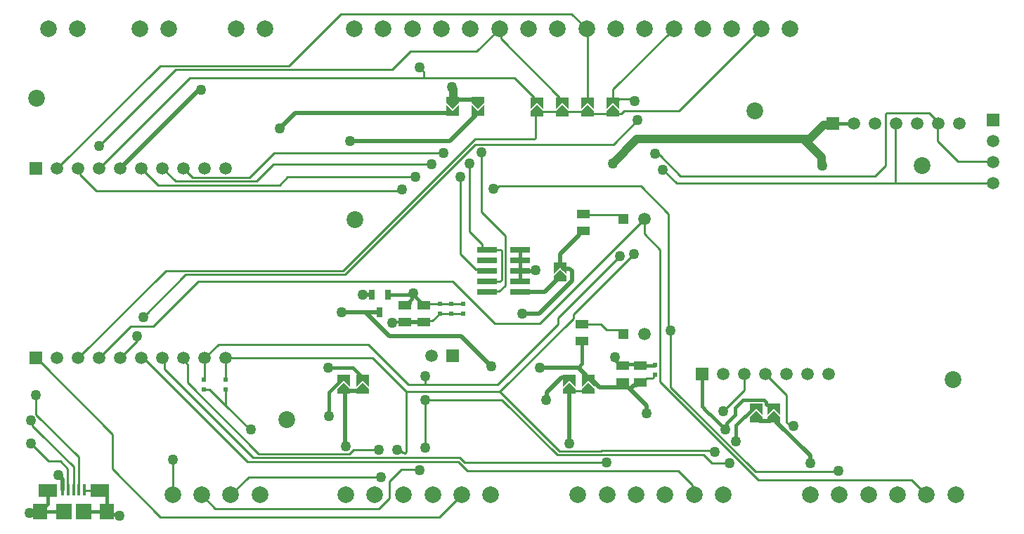
<source format=gtl>
G04*
G04 #@! TF.GenerationSoftware,Altium Limited,Altium Designer,21.0.9 (235)*
G04*
G04 Layer_Physical_Order=1*
G04 Layer_Color=255*
%FSLAX25Y25*%
%MOIN*%
G70*
G04*
G04 #@! TF.SameCoordinates,A275BC4C-76E1-47BA-AFC5-B931A1449514*
G04*
G04*
G04 #@! TF.FilePolarity,Positive*
G04*
G01*
G75*
%ADD12C,0.01000*%
%ADD13C,0.02000*%
%ADD17O,0.04000X0.02000*%
%ADD32R,0.01575X0.05315*%
%ADD33R,0.08661X0.06299*%
%ADD34R,0.07087X0.07480*%
%ADD35R,0.07480X0.07480*%
%ADD36R,0.02165X0.02165*%
%ADD37R,0.06000X0.04000*%
%ADD38R,0.09449X0.02992*%
%ADD39R,0.02559X0.04921*%
%ADD40C,0.01600*%
%ADD41C,0.04000*%
%ADD42C,0.01400*%
%ADD43C,0.07953*%
%ADD44R,0.05906X0.05906*%
%ADD45C,0.05906*%
%ADD46R,0.04724X0.04724*%
%ADD47R,0.05906X0.05906*%
%ADD48C,0.07874*%
%ADD49C,0.05000*%
G36*
X321000Y302000D02*
X318000Y299000D01*
X315000Y302000D01*
Y304500D01*
X321000D01*
Y302000D01*
D02*
G37*
G36*
X309000D02*
X306000Y299000D01*
X303000Y302000D01*
Y304500D01*
X309000D01*
Y302000D01*
D02*
G37*
G36*
X385000Y298750D02*
X382000Y301750D01*
X379000Y298750D01*
Y304250D01*
X385000D01*
Y298750D01*
D02*
G37*
G36*
X373000D02*
X370000Y301750D01*
X367000Y298750D01*
Y304250D01*
X373000D01*
Y298750D01*
D02*
G37*
G36*
X361000D02*
X358000Y301750D01*
X355000Y298750D01*
Y304250D01*
X361000D01*
Y298750D01*
D02*
G37*
G36*
X349000D02*
X346000Y301750D01*
X343000Y298750D01*
Y304250D01*
X349000D01*
Y298750D01*
D02*
G37*
G36*
X321000Y295500D02*
X315000D01*
Y301000D01*
X318000Y298000D01*
X321000Y301000D01*
Y295500D01*
D02*
G37*
G36*
X309000D02*
X303000D01*
Y301000D01*
X306000Y298000D01*
X309000Y301000D01*
Y295500D01*
D02*
G37*
G36*
X385000Y297750D02*
Y295250D01*
X379000D01*
Y297750D01*
X382000Y300750D01*
X385000Y297750D01*
D02*
G37*
G36*
X373000D02*
Y295250D01*
X367000D01*
Y297750D01*
X370000Y300750D01*
X373000Y297750D01*
D02*
G37*
G36*
X361000D02*
Y295250D01*
X355000D01*
Y297750D01*
X358000Y300750D01*
X361000Y297750D01*
D02*
G37*
G36*
X349000D02*
Y295250D01*
X343000D01*
Y297750D01*
X346000Y300750D01*
X349000Y297750D01*
D02*
G37*
G36*
X360000Y220500D02*
X357000Y223500D01*
X354000Y220500D01*
Y226000D01*
X360000D01*
Y220500D01*
D02*
G37*
G36*
Y219500D02*
Y217000D01*
X354000D01*
Y219500D01*
X357000Y222500D01*
X360000Y219500D01*
D02*
G37*
G36*
X373500Y167000D02*
X370500Y170000D01*
X367500Y167000D01*
Y172500D01*
X373500D01*
Y167000D01*
D02*
G37*
G36*
X364500D02*
X361500Y170000D01*
X358500Y167000D01*
Y172500D01*
X364500D01*
Y167000D01*
D02*
G37*
G36*
X266500D02*
X263500Y170000D01*
X260500Y167000D01*
Y172500D01*
X266500D01*
Y167000D01*
D02*
G37*
G36*
X257500D02*
X254500Y170000D01*
X251500Y167000D01*
Y172500D01*
X257500D01*
Y167000D01*
D02*
G37*
G36*
X373500Y166000D02*
Y163500D01*
X367500D01*
Y166000D01*
X370500Y169000D01*
X373500Y166000D01*
D02*
G37*
G36*
X364500D02*
Y163500D01*
X358500D01*
Y166000D01*
X361500Y169000D01*
X364500Y166000D01*
D02*
G37*
G36*
X266500D02*
Y163500D01*
X260500D01*
Y166000D01*
X263500Y169000D01*
X266500Y166000D01*
D02*
G37*
G36*
X257500D02*
Y163500D01*
X251500D01*
Y166000D01*
X254500Y169000D01*
X257500Y166000D01*
D02*
G37*
G36*
X461500Y153500D02*
X458500Y156500D01*
X455500Y153500D01*
Y159000D01*
X461500D01*
Y153500D01*
D02*
G37*
G36*
X453000D02*
X450000Y156500D01*
X447000Y153500D01*
Y159000D01*
X453000D01*
Y153500D01*
D02*
G37*
G36*
X461500Y152500D02*
Y150000D01*
X455500D01*
Y152500D01*
X458500Y155500D01*
X461500Y152500D01*
D02*
G37*
G36*
X453000D02*
Y150000D01*
X447000D01*
Y152500D01*
X450000Y155500D01*
X453000Y152500D01*
D02*
G37*
D12*
X361500Y164750D02*
X370500D01*
X289960Y127540D02*
X290247Y127253D01*
X281540Y127540D02*
X289960D01*
X282275Y135482D02*
X282957D01*
X214152Y134848D02*
X256935D01*
X311746Y130800D02*
X379000D01*
X280909Y136848D02*
X282275Y135482D01*
X309498Y133048D02*
X311746Y130800D01*
X279827Y136848D02*
X280909D01*
X308752Y131248D02*
X313000Y127000D01*
X211452Y133048D02*
X309498D01*
X208752Y131248D02*
X308752D01*
X256935Y134848D02*
X259087Y137000D01*
X159500Y180500D02*
X208752Y131248D01*
X180250Y168750D02*
X214152Y134848D01*
X169439Y175061D02*
X211452Y133048D01*
X259087Y137000D02*
X271000D01*
X283254Y135185D02*
X283414D01*
X282957Y135482D02*
X283254Y135185D01*
X293000Y138000D02*
Y160500D01*
X275890Y121890D02*
X281540Y127540D01*
X275890Y113890D02*
Y121890D01*
X284000Y135771D02*
Y164500D01*
X283414Y135185D02*
X284000Y135771D01*
X209279Y124000D02*
X272000D01*
X200780Y115500D02*
X209279Y124000D01*
X313000Y127000D02*
X413000D01*
X271000Y109000D02*
X275890Y113890D01*
X193500Y109000D02*
X271000D01*
X329500Y160500D02*
X355600Y134400D01*
X424900Y134600D02*
X428911Y130589D01*
X328500Y164500D02*
X356800Y136200D01*
X376480D02*
X376680Y136400D01*
X430100D01*
X355600Y134400D02*
X377226D01*
X413000Y127000D02*
X419693Y120307D01*
X356800Y136200D02*
X376480D01*
X377426Y134600D02*
X424900D01*
X377226Y134400D02*
X377426Y134600D01*
X430100Y136400D02*
X430500Y136000D01*
X131366Y117827D02*
X131653Y117539D01*
X131366Y117827D02*
Y118032D01*
X131653Y117539D02*
X138650D01*
X428911Y130589D02*
X437439D01*
X464500Y150000D02*
X466586Y147914D01*
X467414D01*
X467665Y148166D01*
X464500Y150000D02*
Y163000D01*
X454500Y173000D02*
X464500Y163000D01*
X434396Y155185D02*
X444500Y165289D01*
Y173000D01*
X293000Y160500D02*
X329500D01*
X363200Y201200D02*
X392000Y230000D01*
X378888Y193862D02*
X385138D01*
X387000Y192000D01*
X376250Y196500D02*
X378888Y193862D01*
X367500Y196500D02*
X376250D01*
X449626Y126500D02*
X489098D01*
X404500Y169080D02*
X451080Y122500D01*
X409500Y166626D02*
X449626Y126500D01*
X451080Y122500D02*
X523811D01*
X409500Y166626D02*
Y193500D01*
X404500Y169080D02*
Y232000D01*
X363200Y199200D02*
Y201200D01*
X284000Y164500D02*
X328500D01*
X363200Y199200D01*
X266000Y187000D02*
X285000Y168000D01*
X195000Y187000D02*
X266000D01*
X198500Y180500D02*
X268000D01*
X284000Y164500D01*
X285000Y168000D02*
X293000D01*
X395000Y169000D02*
X395019Y169019D01*
X396040Y168999D02*
X398041Y171000D01*
X401417Y171503D02*
Y172117D01*
X400914Y171000D02*
X401417Y171503D01*
X398041Y171000D02*
X400914D01*
X401417Y172117D02*
X402000Y172700D01*
X395040Y168999D02*
X396040D01*
X397000Y239500D02*
X404500Y232000D01*
X300000Y206300D02*
X305500D01*
X293300D02*
X300000D01*
X347500Y197000D02*
X397000Y246500D01*
X326000Y197000D02*
X347500D01*
X305500Y206300D02*
X311000D01*
X309525Y229975D02*
Y266592D01*
Y229975D02*
X316861Y222639D01*
X321861D01*
X322500Y222000D01*
X511500Y272000D02*
Y296414D01*
X414086Y267000D02*
X506500D01*
X511500Y272000D01*
X405800Y269912D02*
X412212Y263500D01*
X404351Y276735D02*
X414086Y267000D01*
X412212Y263500D02*
X516000D01*
X516086Y263586D02*
Y284914D01*
X516000Y263500D02*
X562500D01*
X516000Y285000D02*
Y293500D01*
Y263500D02*
X516086Y263586D01*
X402000Y277500D02*
X402765Y276735D01*
X404351D01*
X316672Y282000D02*
X382204D01*
X393609Y293405D01*
X277350Y197298D02*
X277552Y197500D01*
X305500Y201700D02*
X311000D01*
X300000D02*
X305500D01*
X293114Y198114D02*
X296414D01*
X300000Y201700D01*
X292500Y197500D02*
X293114Y198114D01*
X489098Y126500D02*
X489638D01*
X490000D01*
X173194Y132085D02*
X173221Y132058D01*
Y115500D02*
Y132058D01*
X110953Y178047D02*
X144750Y144250D01*
Y127750D02*
Y144250D01*
Y127750D02*
X167500Y105000D01*
X198500Y158000D02*
X210000Y146500D01*
X190800Y165700D02*
X198500Y158000D01*
Y165700D01*
X210047Y146547D02*
X210377D01*
X210000Y146500D02*
X210047Y146547D01*
X188000Y165700D02*
X190800D01*
X545700Y273800D02*
X562200D01*
X536000Y283500D02*
X545700Y273800D01*
X562200D02*
X562500Y273500D01*
X327454Y168000D02*
X356095Y196640D01*
Y199594D02*
X385500Y229000D01*
X293000Y168000D02*
X327454D01*
X356095Y196640D02*
Y199594D01*
X109940Y145027D02*
X109940D01*
X106765Y148202D02*
Y150061D01*
Y148202D02*
X109940Y145027D01*
X109940D02*
X126248Y128720D01*
X106000Y140000D02*
X114500Y131500D01*
X120000D01*
X382000Y296500D02*
X386000D01*
X108500Y153700D02*
X128807Y133393D01*
X108500Y153700D02*
Y163000D01*
X106000Y150826D02*
X106765Y150061D01*
X128807Y118032D02*
Y133393D01*
X108500Y180500D02*
X110953Y178047D01*
X167500Y105000D02*
X299839D01*
X185500Y217000D02*
X306000D01*
X326000Y197000D01*
X397000Y239500D02*
Y246500D01*
X120000Y131500D02*
X123500Y128000D01*
Y118220D02*
Y128000D01*
X126248Y118032D02*
Y128720D01*
X293000Y168000D02*
Y172000D01*
X187000Y115500D02*
X193500Y109000D01*
X299839Y105000D02*
X310339Y115500D01*
X319662Y249838D02*
Y278200D01*
X331000Y215000D02*
Y238500D01*
X319662Y249838D02*
X331000Y238500D01*
X221500Y278000D02*
X302000D01*
X314000Y240500D02*
Y273000D01*
X325500Y261000D02*
X326582D01*
X327882Y262300D02*
X395200D01*
X326582Y261000D02*
X327882Y262300D01*
X328500Y217000D02*
X329200Y217700D01*
X328614Y232000D02*
X329200Y231414D01*
Y217700D02*
Y231414D01*
X321086Y232000D02*
X328614D01*
X322639Y212139D02*
X328139D01*
X331000Y215000D01*
X322500Y212000D02*
X322639Y212139D01*
X322500Y217000D02*
X328500D01*
X419693Y116382D02*
Y120307D01*
Y116382D02*
X420575Y115500D01*
X489098Y126862D02*
X489638D01*
X490000Y126500D01*
X523811Y122500D02*
X530811Y115500D01*
X379000Y115736D02*
X379236Y115500D01*
X269000D02*
X269364Y115864D01*
X180250Y168750D02*
Y177461D01*
X178500Y179211D02*
Y180500D01*
Y179211D02*
X180250Y177461D01*
X169439Y175061D02*
Y179561D01*
X168500Y180500D02*
X169439Y179561D01*
X387500Y298000D02*
X413221D01*
X370000Y296500D02*
X382000D01*
X386000D02*
X387500Y298000D01*
X413221D02*
X452220Y337000D01*
X391735Y303224D02*
X392500Y302459D01*
X389914Y303500D02*
X390190Y303224D01*
X391735D01*
X385000Y303500D02*
X389914D01*
X384500Y303000D02*
X385000Y303500D01*
X159290Y200011D02*
X179480Y220200D01*
X254872D01*
X316672Y282000D01*
X301978Y278022D02*
X302000Y278000D01*
X301809Y278022D02*
X301978D01*
X221000Y272500D02*
X296000D01*
X320090Y232996D02*
Y234410D01*
Y232996D02*
X321086Y232000D01*
X314000Y240500D02*
X320090Y234410D01*
X395200Y262300D02*
X408500Y249000D01*
X227696Y266381D02*
X288493D01*
X166353Y262647D02*
X223962D01*
X227696Y266381D01*
X316626Y284500D02*
X344914D01*
X300140Y268014D02*
X316626Y284500D01*
X300140Y268014D02*
Y268014D01*
X209747Y266247D02*
X221500Y278000D01*
X254126Y222000D02*
X300140Y268014D01*
X212947Y264447D02*
X221000Y272500D01*
X170000Y222000D02*
X254126D01*
X128500Y180500D02*
X170000Y222000D01*
X156392Y188391D02*
Y190940D01*
X148500Y180500D02*
X156392Y188391D01*
X516000Y285000D02*
X516086Y284914D01*
X532000Y297000D02*
X535500Y293500D01*
X512086Y297000D02*
X532000D01*
X535500Y293500D02*
X536000D01*
X511500Y296414D02*
X512086Y297000D01*
X409086Y193500D02*
X409500D01*
X408500Y194086D02*
X409086Y193500D01*
X408500Y194086D02*
Y249000D01*
X188500Y180500D02*
X195000Y187000D01*
X536000Y283500D02*
Y293500D01*
X345500Y285086D02*
Y296500D01*
X344914Y284500D02*
X345500Y285086D01*
X178500Y270500D02*
X182753Y266247D01*
X209747D01*
X174553Y264447D02*
X212947D01*
X168500Y270500D02*
X174553Y264447D01*
X158500Y270500D02*
X166353Y262647D01*
X137086Y260000D02*
X281000D01*
X282000Y260500D02*
Y261000D01*
X136500Y260586D02*
Y260586D01*
X281000Y260000D02*
X282000Y261000D01*
X136500Y260586D02*
X137086Y260000D01*
X129439Y267647D02*
X136500Y260586D01*
X345500Y296500D02*
Y297414D01*
X128500Y270500D02*
X129439Y269561D01*
Y267647D02*
Y269561D01*
X328851Y332149D02*
X356809Y304191D01*
Y303462D02*
Y304191D01*
X357271Y303000D02*
X358000D01*
X328205Y337000D02*
X328851Y336353D01*
Y332149D02*
Y336353D01*
X356809Y303462D02*
X357271Y303000D01*
X317247Y326042D02*
X328205Y337000D01*
X286042Y326042D02*
X317247D01*
X277500Y317500D02*
X286042Y326042D01*
X292500Y313500D02*
Y316342D01*
X290312Y318530D02*
X292500Y316342D01*
X181500Y313500D02*
X292500D01*
X174671Y317500D02*
X277500D01*
X228300Y319300D02*
X253037Y344037D01*
X118500Y270500D02*
X167300Y319300D01*
X228300D01*
X138486Y281314D02*
X174671Y317500D01*
X138500Y270500D02*
X181500Y313500D01*
X369543Y337000D02*
X370000Y336543D01*
X362506Y344037D02*
X369543Y337000D01*
X253037Y344037D02*
X362506D01*
X344809Y303462D02*
Y304191D01*
X292500Y313500D02*
X335500D01*
X345271Y303000D02*
X346000D01*
X344809Y303462D02*
X345271Y303000D01*
X335500Y313500D02*
X344809Y304191D01*
X382000Y303000D02*
Y308118D01*
X410882Y337000D01*
X370000Y303000D02*
Y336543D01*
X123500Y118220D02*
X123689Y118032D01*
X158500Y180500D02*
X159500D01*
X384552Y248500D02*
X384690Y248362D01*
X368000Y249000D02*
X368500Y248500D01*
X385138Y248362D02*
X387000Y246500D01*
X384690Y248362D02*
X385138D01*
X368500Y248500D02*
X384552D01*
X164000Y195500D02*
X185500Y217000D01*
X153500Y195500D02*
X164000D01*
X138500Y180500D02*
X153500Y195500D01*
X359412Y298500D02*
X360461Y297450D01*
X358500Y298500D02*
X359412D01*
X360461Y297450D02*
X367914D01*
X368864Y296500D01*
X370000D01*
X357450Y297450D02*
X358500Y298500D01*
X348462Y297450D02*
X357450D01*
X347912Y298000D02*
X348462Y297450D01*
X345500Y297414D02*
X346086Y298000D01*
X347912D01*
X198500Y170300D02*
Y180500D01*
X188000Y170300D02*
X188500Y170800D01*
Y180500D01*
D13*
X361184Y164750D02*
Y165949D01*
X254930Y139078D02*
Y164750D01*
Y139078D02*
X255361Y138648D01*
X254930Y164750D02*
X255361D01*
X459500Y150250D02*
X475509Y134241D01*
X361500Y140000D02*
Y164750D01*
X361184D02*
X361500D01*
X398009Y154491D02*
Y157991D01*
Y154491D02*
X398148Y154352D01*
X389500Y166500D02*
X398009Y157991D01*
X375546Y166500D02*
X389500D01*
X393499Y167499D02*
X395000Y169000D01*
X391000Y166499D02*
X392000Y167499D01*
X393499D01*
X371246Y170800D02*
X375546Y166500D01*
X339000Y201500D02*
X347046D01*
X362672Y217126D02*
Y221828D01*
X347046Y201500D02*
X362672Y217126D01*
X349750Y212000D02*
X356000Y218250D01*
X361500Y223000D02*
X362672Y221828D01*
X337854Y212000D02*
X349750D01*
X356000Y218250D02*
X357000D01*
X358500Y223000D02*
X361500D01*
X283500Y197500D02*
X292500D01*
X350639Y160639D02*
Y164139D01*
X350500Y160500D02*
X350639Y160639D01*
Y164139D02*
X357750Y171250D01*
X361500D01*
X264512Y202366D02*
X271500D01*
X253366D02*
X264512D01*
X369500Y171250D02*
Y172250D01*
X264512Y202366D02*
X275878Y191000D01*
X310000D01*
X324500Y176500D01*
X365750Y176000D02*
X369500Y172250D01*
X347500Y176000D02*
X365750D01*
X369500Y171250D02*
X370500D01*
X263500Y210500D02*
X263567Y210567D01*
X267693D01*
X267760Y210634D01*
X253183Y202183D02*
X253366Y202366D01*
X224000Y289500D02*
X231250Y296750D01*
X223953Y289547D02*
Y289555D01*
Y289547D02*
X224000Y289500D01*
X231250Y296750D02*
X306000D01*
X317000Y295750D02*
Y296750D01*
X257500Y283500D02*
X304750D01*
X317000Y296750D02*
X318000D01*
X304750Y283500D02*
X317000Y295750D01*
X148500Y270500D02*
X186500Y308500D01*
Y308044D02*
Y308500D01*
Y308044D02*
X186774Y307770D01*
X121130Y118032D02*
Y122870D01*
X119000Y125000D02*
X121130Y122870D01*
X306500Y302000D02*
Y303250D01*
X318000D01*
X306000D02*
X306500D01*
X305552Y309176D02*
X306500Y308228D01*
X255361Y164750D02*
X262250D01*
X254500D02*
X255361D01*
X457500Y151250D02*
X459500D01*
X451000D02*
X451750Y150500D01*
X456750D02*
X457500Y151250D01*
X451750Y150500D02*
X456750D01*
X459500Y150250D02*
Y151250D01*
X450000D02*
X451000D01*
X475509Y130412D02*
Y134241D01*
X366000Y239000D02*
Y240000D01*
X367000Y241000D01*
X368000D01*
X357000Y224750D02*
Y230000D01*
X366000Y239000D01*
D17*
X458500Y157750D02*
D03*
Y151250D02*
D03*
X450000Y157750D02*
D03*
Y151250D02*
D03*
X254500Y171250D02*
D03*
Y164750D02*
D03*
X263500Y171250D02*
D03*
Y164750D02*
D03*
X361500D02*
D03*
Y171250D02*
D03*
X370500Y164750D02*
D03*
Y171250D02*
D03*
X357000Y218250D02*
D03*
Y224750D02*
D03*
X318000Y303250D02*
D03*
Y296750D02*
D03*
X306000Y303250D02*
D03*
Y296750D02*
D03*
X346000Y296500D02*
D03*
Y303000D02*
D03*
X358000Y296500D02*
D03*
Y303000D02*
D03*
X382000Y296500D02*
D03*
Y303000D02*
D03*
X370000Y296500D02*
D03*
Y303000D02*
D03*
D32*
X121130Y118032D02*
D03*
X123689D02*
D03*
X126248D02*
D03*
X128807D02*
D03*
X131366D02*
D03*
D33*
X113847Y117539D02*
D03*
X138650D02*
D03*
D34*
X110500Y107500D02*
D03*
X141996D02*
D03*
D35*
X121524D02*
D03*
X130972D02*
D03*
D36*
X402000Y177300D02*
D03*
Y172700D02*
D03*
X311000Y206300D02*
D03*
Y201700D02*
D03*
X305500Y206300D02*
D03*
Y201700D02*
D03*
X300000Y206300D02*
D03*
Y201700D02*
D03*
X188000Y165700D02*
D03*
Y170300D02*
D03*
X198500Y165700D02*
D03*
Y170300D02*
D03*
D37*
X395040Y168999D02*
D03*
Y176999D02*
D03*
X386540Y168999D02*
D03*
Y176999D02*
D03*
X283500Y197500D02*
D03*
Y205500D02*
D03*
X292500Y197500D02*
D03*
Y205500D02*
D03*
X367500Y188500D02*
D03*
Y196500D02*
D03*
X368000Y241000D02*
D03*
Y249000D02*
D03*
D38*
X337854Y212000D02*
D03*
X322500D02*
D03*
X337854Y217000D02*
D03*
X322500D02*
D03*
X337854Y222000D02*
D03*
X322500D02*
D03*
X337854Y227000D02*
D03*
X322500D02*
D03*
X337854Y232000D02*
D03*
X322500D02*
D03*
D39*
X275240Y210634D02*
D03*
X267760D02*
D03*
X271500Y202366D02*
D03*
D40*
X454600Y158687D02*
X455537Y157750D01*
X454600Y158687D02*
Y159663D01*
X443787Y160600D02*
X453663D01*
X455537Y157750D02*
X458500D01*
X453663Y160600D02*
X454600Y159663D01*
X440000Y156813D02*
X443787Y160600D01*
X440000Y153500D02*
Y156813D01*
X435500Y146500D02*
X436115Y147115D01*
Y149615D01*
X440000Y153500D01*
X395040Y176999D02*
X401699D01*
X383573Y178966D02*
Y180294D01*
X382922Y180945D02*
X383573Y180294D01*
Y178966D02*
X384856Y177683D01*
X396836D01*
X424500Y157500D02*
X425400Y156600D01*
X428100Y153900D02*
X435500Y146500D01*
X425400Y156302D02*
X427802Y153900D01*
X425400Y156302D02*
Y156600D01*
X427802Y153900D02*
X428100D01*
X424500Y157500D02*
Y173000D01*
X440500Y148500D02*
X448923Y156923D01*
X440500Y141000D02*
Y148500D01*
X401699Y176999D02*
X402000Y177300D01*
X365750Y176000D02*
X367500Y177750D01*
Y188500D01*
X345230Y222000D02*
X345399Y222170D01*
X337854Y222000D02*
X345230D01*
X337854Y217000D02*
Y222000D01*
Y227000D01*
Y232000D01*
X292500Y205500D02*
X293300Y206300D01*
X290300Y206700D02*
Y207700D01*
X287298Y210702D02*
X290300Y207700D01*
X291500Y205500D02*
X292500D01*
X290300Y206700D02*
X291500Y205500D01*
X287298Y210702D02*
Y211226D01*
X286706Y210634D02*
X287298Y211226D01*
X286648Y210575D02*
X286706Y210634D01*
X285700Y206700D02*
Y207700D01*
X286648Y208648D01*
Y210575D01*
X283500Y205500D02*
X284500D01*
X285700Y206700D01*
X275240Y210634D02*
X286706D01*
X147002Y106259D02*
X147846Y105415D01*
X141996Y107500D02*
X143237Y106259D01*
X147002D01*
X105406Y106745D02*
X106161Y107500D01*
X110500D01*
Y107697D01*
X113847Y111043D02*
Y117539D01*
X110500Y107697D02*
X113847Y111043D01*
X139646Y117539D02*
X141996Y115190D01*
X138650Y117539D02*
X139646D01*
X141996Y107500D02*
Y115190D01*
X130972Y107500D02*
X141996D01*
X110500D02*
X121524D01*
X486500Y292000D02*
X496500D01*
X258750Y176000D02*
X262423Y172327D01*
X247000Y176000D02*
X258750D01*
X262608Y171250D02*
X263500D01*
X262423Y171435D02*
X262608Y171250D01*
X262423Y171435D02*
Y172327D01*
X247500Y153000D02*
Y164263D01*
X253424Y170186D01*
X253608Y171250D02*
X254500D01*
X253424Y171065D02*
X253608Y171250D01*
X253424Y170186D02*
Y171065D01*
X449108Y157750D02*
X450000D01*
X448923Y157565D02*
X449108Y157750D01*
X448923Y156923D02*
Y157565D01*
D41*
X481000Y271500D02*
Y276000D01*
X472500Y284500D02*
X475500D01*
X393502D02*
X472500D01*
X481238Y271738D02*
Y271817D01*
X481000Y271500D02*
X481238Y271738D01*
X472500Y284500D02*
X481000Y276000D01*
X482047Y291047D02*
X485547D01*
X475500Y284500D02*
X482047Y291047D01*
X485547D02*
X486500Y292000D01*
X381850Y272848D02*
X393502Y284500D01*
X306500Y303250D02*
Y308228D01*
D42*
X277552Y197500D02*
X283500D01*
D43*
X528811Y271811D02*
D03*
X259811Y246311D02*
D03*
X543311Y170311D02*
D03*
X449311Y297811D02*
D03*
X227311Y151311D02*
D03*
X108811Y303811D02*
D03*
D44*
X108500Y270500D02*
D03*
X486500Y292000D02*
D03*
X424500Y173000D02*
D03*
X108500Y180500D02*
D03*
X306000Y181500D02*
D03*
D45*
X118500Y270500D02*
D03*
X138500D02*
D03*
X148500D02*
D03*
X158500D02*
D03*
X168500D02*
D03*
X178500D02*
D03*
X188500D02*
D03*
X198500D02*
D03*
X128500D02*
D03*
X397000Y246500D02*
D03*
Y192000D02*
D03*
X506500Y292000D02*
D03*
X496500D02*
D03*
X516500D02*
D03*
X526500D02*
D03*
X536500D02*
D03*
X546500D02*
D03*
X562500Y283500D02*
D03*
Y273500D02*
D03*
Y263500D02*
D03*
X484500Y173000D02*
D03*
X474500D02*
D03*
X464500D02*
D03*
X454500D02*
D03*
X434500D02*
D03*
X444500D02*
D03*
X128500Y180500D02*
D03*
X198500D02*
D03*
X188500D02*
D03*
X178500D02*
D03*
X168500D02*
D03*
X158500D02*
D03*
X148500D02*
D03*
X138500D02*
D03*
X118500D02*
D03*
X296000Y181500D02*
D03*
D46*
X387000Y246500D02*
D03*
Y192000D02*
D03*
D47*
X562500Y293500D02*
D03*
D48*
X452220Y337000D02*
D03*
X466000D02*
D03*
X424661D02*
D03*
X438441D02*
D03*
X397102D02*
D03*
X410882D02*
D03*
X369543D02*
D03*
X383323D02*
D03*
X341984D02*
D03*
X355764D02*
D03*
X314425D02*
D03*
X328205D02*
D03*
X286866D02*
D03*
X300646D02*
D03*
X259307D02*
D03*
X273087D02*
D03*
X203221D02*
D03*
X217000D02*
D03*
X157720D02*
D03*
X171500D02*
D03*
X114220D02*
D03*
X128000D02*
D03*
X489472Y115500D02*
D03*
X475693D02*
D03*
X544591D02*
D03*
X530811D02*
D03*
X517031D02*
D03*
X503252D02*
D03*
X434354D02*
D03*
X420575D02*
D03*
X406795D02*
D03*
X393016D02*
D03*
X379236D02*
D03*
X365457D02*
D03*
X324118D02*
D03*
X310339D02*
D03*
X296559D02*
D03*
X282780D02*
D03*
X269000D02*
D03*
X255221D02*
D03*
X214559D02*
D03*
X200780D02*
D03*
X187000D02*
D03*
X173221D02*
D03*
D49*
X290247Y127253D02*
D03*
X279827Y136848D02*
D03*
X255361Y138648D02*
D03*
X293000Y138000D02*
D03*
X272000Y124000D02*
D03*
X379000Y130800D02*
D03*
X437439Y130589D02*
D03*
X430500Y136000D02*
D03*
X467665Y148166D02*
D03*
X434396Y155185D02*
D03*
X361500Y140000D02*
D03*
X435500Y146500D02*
D03*
X440500Y141000D02*
D03*
X398148Y154352D02*
D03*
X382922Y180945D02*
D03*
X339000Y201500D02*
D03*
X345399Y222170D02*
D03*
X287298Y211226D02*
D03*
X147846Y105415D02*
D03*
X105406Y106745D02*
D03*
X481238Y271817D02*
D03*
X405800Y269912D02*
D03*
X381850Y272848D02*
D03*
X247000Y176000D02*
D03*
X247500Y153000D02*
D03*
X277350Y197298D02*
D03*
X350500Y160500D02*
D03*
X324500Y176500D02*
D03*
X347500Y176000D02*
D03*
X173194Y132085D02*
D03*
X210377Y146547D02*
D03*
X402000Y277500D02*
D03*
X392000Y230000D02*
D03*
X385500Y229000D02*
D03*
X106000Y140000D02*
D03*
X108500Y163000D02*
D03*
X106000Y150826D02*
D03*
X263500Y210500D02*
D03*
X253183Y202183D02*
D03*
X223953Y289555D02*
D03*
X257500Y283500D02*
D03*
X186774Y307770D02*
D03*
X119000Y125000D02*
D03*
X293000Y172000D02*
D03*
Y160500D02*
D03*
X305552Y309176D02*
D03*
X475509Y130412D02*
D03*
X314000Y273000D02*
D03*
X319662Y278200D02*
D03*
X325500Y261000D02*
D03*
X271000Y137000D02*
D03*
X489098Y126862D02*
D03*
X392500Y302459D02*
D03*
X393609Y293405D02*
D03*
X301809Y278022D02*
D03*
X296000Y272500D02*
D03*
X309525Y266592D02*
D03*
X159290Y200011D02*
D03*
X156392Y190940D02*
D03*
X282000Y260500D02*
D03*
X288493Y266381D02*
D03*
X409500Y193500D02*
D03*
X290312Y318530D02*
D03*
X138486Y281314D02*
D03*
M02*

</source>
